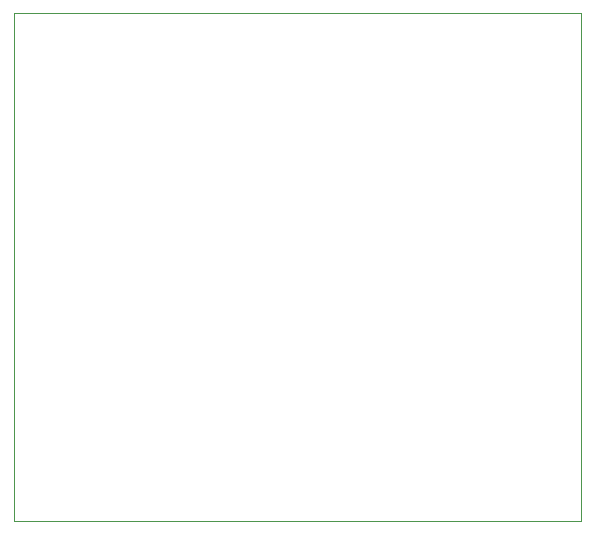
<source format=gm1>
%TF.GenerationSoftware,KiCad,Pcbnew,8.0.5*%
%TF.CreationDate,2024-12-03T21:43:17+01:00*%
%TF.ProjectId,DMH_Mixer_PCB_Conn,444d485f-4d69-4786-9572-5f5043425f43,1*%
%TF.SameCoordinates,Original*%
%TF.FileFunction,Profile,NP*%
%FSLAX46Y46*%
G04 Gerber Fmt 4.6, Leading zero omitted, Abs format (unit mm)*
G04 Created by KiCad (PCBNEW 8.0.5) date 2024-12-03 21:43:17*
%MOMM*%
%LPD*%
G01*
G04 APERTURE LIST*
%TA.AperFunction,Profile*%
%ADD10C,0.050000*%
%TD*%
G04 APERTURE END LIST*
D10*
X51000000Y-174500000D02*
X99000000Y-174500000D01*
X99000000Y-217500000D01*
X51000000Y-217500000D01*
X51000000Y-174500000D01*
M02*

</source>
